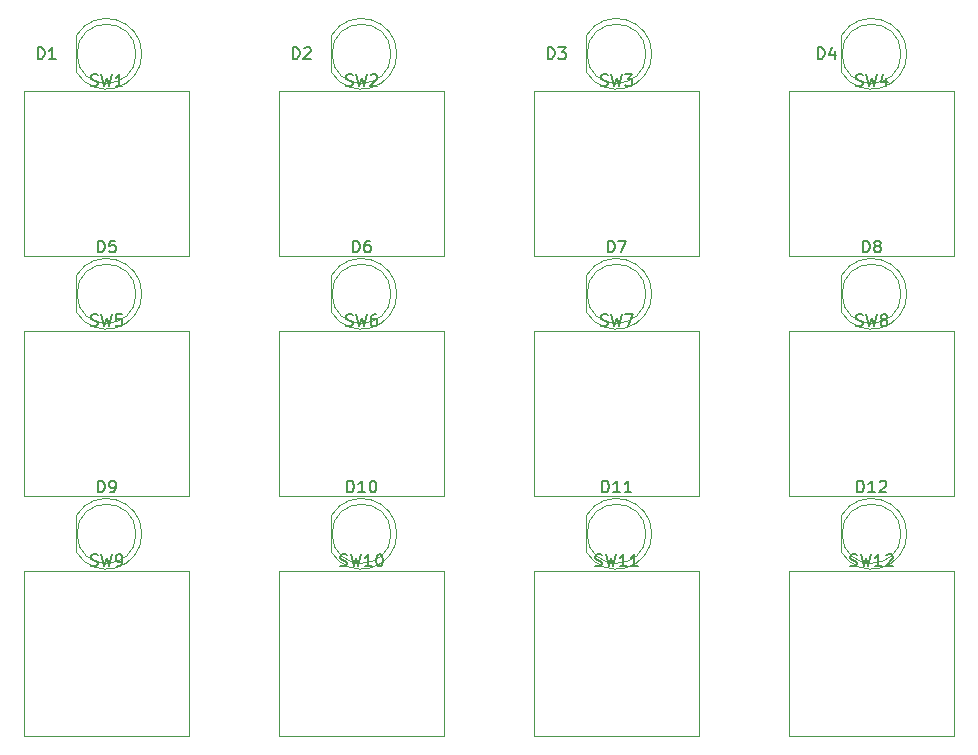
<source format=gbr>
%TF.GenerationSoftware,KiCad,Pcbnew,(5.1.9)-1*%
%TF.CreationDate,2021-02-21T16:58:34+00:00*%
%TF.ProjectId,PicoProducer,5069636f-5072-46f6-9475-6365722e6b69,rev?*%
%TF.SameCoordinates,Original*%
%TF.FileFunction,Legend,Top*%
%TF.FilePolarity,Positive*%
%FSLAX46Y46*%
G04 Gerber Fmt 4.6, Leading zero omitted, Abs format (unit mm)*
G04 Created by KiCad (PCBNEW (5.1.9)-1) date 2021-02-21 16:58:34*
%MOMM*%
%LPD*%
G01*
G04 APERTURE LIST*
%ADD10C,0.120000*%
%ADD11C,0.150000*%
G04 APERTURE END LIST*
D10*
%TO.C,D1*%
X34250000Y-25400000D02*
G75*
G03*
X34250000Y-25400000I-2500000J0D01*
G01*
X29190000Y-23855000D02*
X29190000Y-26945000D01*
X34740000Y-25399538D02*
G75*
G02*
X29190000Y-26944830I-2990000J-462D01*
G01*
X34740000Y-25400462D02*
G75*
G03*
X29190000Y-23855170I-2990000J462D01*
G01*
%TO.C,D2*%
X55840000Y-25400000D02*
G75*
G03*
X55840000Y-25400000I-2500000J0D01*
G01*
X50780000Y-23855000D02*
X50780000Y-26945000D01*
X56330000Y-25399538D02*
G75*
G02*
X50780000Y-26944830I-2990000J-462D01*
G01*
X56330000Y-25400462D02*
G75*
G03*
X50780000Y-23855170I-2990000J462D01*
G01*
%TO.C,D3*%
X77430000Y-25400000D02*
G75*
G03*
X77430000Y-25400000I-2500000J0D01*
G01*
X72370000Y-23855000D02*
X72370000Y-26945000D01*
X77920000Y-25399538D02*
G75*
G02*
X72370000Y-26944830I-2990000J-462D01*
G01*
X77920000Y-25400462D02*
G75*
G03*
X72370000Y-23855170I-2990000J462D01*
G01*
%TO.C,D4*%
X99020000Y-25400000D02*
G75*
G03*
X99020000Y-25400000I-2500000J0D01*
G01*
X93960000Y-23855000D02*
X93960000Y-26945000D01*
X99510000Y-25399538D02*
G75*
G02*
X93960000Y-26944830I-2990000J-462D01*
G01*
X99510000Y-25400462D02*
G75*
G03*
X93960000Y-23855170I-2990000J462D01*
G01*
%TO.C,D5*%
X34250000Y-45720000D02*
G75*
G03*
X34250000Y-45720000I-2500000J0D01*
G01*
X29190000Y-44175000D02*
X29190000Y-47265000D01*
X34740000Y-45719538D02*
G75*
G02*
X29190000Y-47264830I-2990000J-462D01*
G01*
X34740000Y-45720462D02*
G75*
G03*
X29190000Y-44175170I-2990000J462D01*
G01*
%TO.C,D6*%
X55840000Y-45720000D02*
G75*
G03*
X55840000Y-45720000I-2500000J0D01*
G01*
X50780000Y-44175000D02*
X50780000Y-47265000D01*
X56330000Y-45719538D02*
G75*
G02*
X50780000Y-47264830I-2990000J-462D01*
G01*
X56330000Y-45720462D02*
G75*
G03*
X50780000Y-44175170I-2990000J462D01*
G01*
%TO.C,D7*%
X77430000Y-45720000D02*
G75*
G03*
X77430000Y-45720000I-2500000J0D01*
G01*
X72370000Y-44175000D02*
X72370000Y-47265000D01*
X77920000Y-45719538D02*
G75*
G02*
X72370000Y-47264830I-2990000J-462D01*
G01*
X77920000Y-45720462D02*
G75*
G03*
X72370000Y-44175170I-2990000J462D01*
G01*
%TO.C,D8*%
X99020000Y-45720000D02*
G75*
G03*
X99020000Y-45720000I-2500000J0D01*
G01*
X93960000Y-44175000D02*
X93960000Y-47265000D01*
X99510000Y-45719538D02*
G75*
G02*
X93960000Y-47264830I-2990000J-462D01*
G01*
X99510000Y-45720462D02*
G75*
G03*
X93960000Y-44175170I-2990000J462D01*
G01*
%TO.C,D9*%
X29190000Y-64495000D02*
X29190000Y-67585000D01*
X34250000Y-66040000D02*
G75*
G03*
X34250000Y-66040000I-2500000J0D01*
G01*
X34740000Y-66040462D02*
G75*
G03*
X29190000Y-64495170I-2990000J462D01*
G01*
X34740000Y-66039538D02*
G75*
G02*
X29190000Y-67584830I-2990000J-462D01*
G01*
%TO.C,D10*%
X50780000Y-64495000D02*
X50780000Y-67585000D01*
X55840000Y-66040000D02*
G75*
G03*
X55840000Y-66040000I-2500000J0D01*
G01*
X56330000Y-66040462D02*
G75*
G03*
X50780000Y-64495170I-2990000J462D01*
G01*
X56330000Y-66039538D02*
G75*
G02*
X50780000Y-67584830I-2990000J-462D01*
G01*
%TO.C,D11*%
X72370000Y-64495000D02*
X72370000Y-67585000D01*
X77430000Y-66040000D02*
G75*
G03*
X77430000Y-66040000I-2500000J0D01*
G01*
X77920000Y-66040462D02*
G75*
G03*
X72370000Y-64495170I-2990000J462D01*
G01*
X77920000Y-66039538D02*
G75*
G02*
X72370000Y-67584830I-2990000J-462D01*
G01*
%TO.C,D12*%
X93960000Y-64495000D02*
X93960000Y-67585000D01*
X99020000Y-66040000D02*
G75*
G03*
X99020000Y-66040000I-2500000J0D01*
G01*
X99510000Y-66040462D02*
G75*
G03*
X93960000Y-64495170I-2990000J462D01*
G01*
X99510000Y-66039538D02*
G75*
G02*
X93960000Y-67584830I-2990000J-462D01*
G01*
%TO.C,SW1*%
X24765000Y-28575000D02*
X38735000Y-28575000D01*
X38735000Y-28575000D02*
X38735000Y-42545000D01*
X38735000Y-42545000D02*
X24765000Y-42545000D01*
X24765000Y-42545000D02*
X24765000Y-28575000D01*
%TO.C,SW2*%
X46355000Y-28575000D02*
X60325000Y-28575000D01*
X60325000Y-28575000D02*
X60325000Y-42545000D01*
X60325000Y-42545000D02*
X46355000Y-42545000D01*
X46355000Y-42545000D02*
X46355000Y-28575000D01*
%TO.C,SW3*%
X67945000Y-28575000D02*
X81915000Y-28575000D01*
X81915000Y-28575000D02*
X81915000Y-42545000D01*
X81915000Y-42545000D02*
X67945000Y-42545000D01*
X67945000Y-42545000D02*
X67945000Y-28575000D01*
%TO.C,SW4*%
X89535000Y-28575000D02*
X103505000Y-28575000D01*
X103505000Y-28575000D02*
X103505000Y-42545000D01*
X103505000Y-42545000D02*
X89535000Y-42545000D01*
X89535000Y-42545000D02*
X89535000Y-28575000D01*
%TO.C,SW5*%
X24765000Y-48895000D02*
X38735000Y-48895000D01*
X38735000Y-48895000D02*
X38735000Y-62865000D01*
X38735000Y-62865000D02*
X24765000Y-62865000D01*
X24765000Y-62865000D02*
X24765000Y-48895000D01*
%TO.C,SW6*%
X46355000Y-48895000D02*
X60325000Y-48895000D01*
X60325000Y-48895000D02*
X60325000Y-62865000D01*
X60325000Y-62865000D02*
X46355000Y-62865000D01*
X46355000Y-62865000D02*
X46355000Y-48895000D01*
%TO.C,SW7*%
X67945000Y-62865000D02*
X67945000Y-48895000D01*
X81915000Y-62865000D02*
X67945000Y-62865000D01*
X81915000Y-48895000D02*
X81915000Y-62865000D01*
X67945000Y-48895000D02*
X81915000Y-48895000D01*
%TO.C,SW8*%
X89535000Y-48895000D02*
X103505000Y-48895000D01*
X103505000Y-48895000D02*
X103505000Y-62865000D01*
X103505000Y-62865000D02*
X89535000Y-62865000D01*
X89535000Y-62865000D02*
X89535000Y-48895000D01*
%TO.C,SW9*%
X24765000Y-83185000D02*
X24765000Y-69215000D01*
X38735000Y-83185000D02*
X24765000Y-83185000D01*
X38735000Y-69215000D02*
X38735000Y-83185000D01*
X24765000Y-69215000D02*
X38735000Y-69215000D01*
%TO.C,SW10*%
X46355000Y-83185000D02*
X46355000Y-69215000D01*
X60325000Y-83185000D02*
X46355000Y-83185000D01*
X60325000Y-69215000D02*
X60325000Y-83185000D01*
X46355000Y-69215000D02*
X60325000Y-69215000D01*
%TO.C,SW11*%
X67945000Y-69215000D02*
X81915000Y-69215000D01*
X81915000Y-69215000D02*
X81915000Y-83185000D01*
X81915000Y-83185000D02*
X67945000Y-83185000D01*
X67945000Y-83185000D02*
X67945000Y-69215000D01*
%TO.C,SW12*%
X89535000Y-83185000D02*
X89535000Y-69215000D01*
X103505000Y-83185000D02*
X89535000Y-83185000D01*
X103505000Y-69215000D02*
X103505000Y-83185000D01*
X89535000Y-69215000D02*
X103505000Y-69215000D01*
%TO.C,D1*%
D11*
X25931904Y-25852380D02*
X25931904Y-24852380D01*
X26170000Y-24852380D01*
X26312857Y-24900000D01*
X26408095Y-24995238D01*
X26455714Y-25090476D01*
X26503333Y-25280952D01*
X26503333Y-25423809D01*
X26455714Y-25614285D01*
X26408095Y-25709523D01*
X26312857Y-25804761D01*
X26170000Y-25852380D01*
X25931904Y-25852380D01*
X27455714Y-25852380D02*
X26884285Y-25852380D01*
X27170000Y-25852380D02*
X27170000Y-24852380D01*
X27074761Y-24995238D01*
X26979523Y-25090476D01*
X26884285Y-25138095D01*
%TO.C,D2*%
X47521904Y-25852380D02*
X47521904Y-24852380D01*
X47760000Y-24852380D01*
X47902857Y-24900000D01*
X47998095Y-24995238D01*
X48045714Y-25090476D01*
X48093333Y-25280952D01*
X48093333Y-25423809D01*
X48045714Y-25614285D01*
X47998095Y-25709523D01*
X47902857Y-25804761D01*
X47760000Y-25852380D01*
X47521904Y-25852380D01*
X48474285Y-24947619D02*
X48521904Y-24900000D01*
X48617142Y-24852380D01*
X48855238Y-24852380D01*
X48950476Y-24900000D01*
X48998095Y-24947619D01*
X49045714Y-25042857D01*
X49045714Y-25138095D01*
X48998095Y-25280952D01*
X48426666Y-25852380D01*
X49045714Y-25852380D01*
%TO.C,D3*%
X69111904Y-25852380D02*
X69111904Y-24852380D01*
X69350000Y-24852380D01*
X69492857Y-24900000D01*
X69588095Y-24995238D01*
X69635714Y-25090476D01*
X69683333Y-25280952D01*
X69683333Y-25423809D01*
X69635714Y-25614285D01*
X69588095Y-25709523D01*
X69492857Y-25804761D01*
X69350000Y-25852380D01*
X69111904Y-25852380D01*
X70016666Y-24852380D02*
X70635714Y-24852380D01*
X70302380Y-25233333D01*
X70445238Y-25233333D01*
X70540476Y-25280952D01*
X70588095Y-25328571D01*
X70635714Y-25423809D01*
X70635714Y-25661904D01*
X70588095Y-25757142D01*
X70540476Y-25804761D01*
X70445238Y-25852380D01*
X70159523Y-25852380D01*
X70064285Y-25804761D01*
X70016666Y-25757142D01*
%TO.C,D4*%
X91971904Y-25852380D02*
X91971904Y-24852380D01*
X92210000Y-24852380D01*
X92352857Y-24900000D01*
X92448095Y-24995238D01*
X92495714Y-25090476D01*
X92543333Y-25280952D01*
X92543333Y-25423809D01*
X92495714Y-25614285D01*
X92448095Y-25709523D01*
X92352857Y-25804761D01*
X92210000Y-25852380D01*
X91971904Y-25852380D01*
X93400476Y-25185714D02*
X93400476Y-25852380D01*
X93162380Y-24804761D02*
X92924285Y-25519047D01*
X93543333Y-25519047D01*
%TO.C,D5*%
X31011904Y-42212380D02*
X31011904Y-41212380D01*
X31250000Y-41212380D01*
X31392857Y-41260000D01*
X31488095Y-41355238D01*
X31535714Y-41450476D01*
X31583333Y-41640952D01*
X31583333Y-41783809D01*
X31535714Y-41974285D01*
X31488095Y-42069523D01*
X31392857Y-42164761D01*
X31250000Y-42212380D01*
X31011904Y-42212380D01*
X32488095Y-41212380D02*
X32011904Y-41212380D01*
X31964285Y-41688571D01*
X32011904Y-41640952D01*
X32107142Y-41593333D01*
X32345238Y-41593333D01*
X32440476Y-41640952D01*
X32488095Y-41688571D01*
X32535714Y-41783809D01*
X32535714Y-42021904D01*
X32488095Y-42117142D01*
X32440476Y-42164761D01*
X32345238Y-42212380D01*
X32107142Y-42212380D01*
X32011904Y-42164761D01*
X31964285Y-42117142D01*
%TO.C,D6*%
X52601904Y-42212380D02*
X52601904Y-41212380D01*
X52840000Y-41212380D01*
X52982857Y-41260000D01*
X53078095Y-41355238D01*
X53125714Y-41450476D01*
X53173333Y-41640952D01*
X53173333Y-41783809D01*
X53125714Y-41974285D01*
X53078095Y-42069523D01*
X52982857Y-42164761D01*
X52840000Y-42212380D01*
X52601904Y-42212380D01*
X54030476Y-41212380D02*
X53840000Y-41212380D01*
X53744761Y-41260000D01*
X53697142Y-41307619D01*
X53601904Y-41450476D01*
X53554285Y-41640952D01*
X53554285Y-42021904D01*
X53601904Y-42117142D01*
X53649523Y-42164761D01*
X53744761Y-42212380D01*
X53935238Y-42212380D01*
X54030476Y-42164761D01*
X54078095Y-42117142D01*
X54125714Y-42021904D01*
X54125714Y-41783809D01*
X54078095Y-41688571D01*
X54030476Y-41640952D01*
X53935238Y-41593333D01*
X53744761Y-41593333D01*
X53649523Y-41640952D01*
X53601904Y-41688571D01*
X53554285Y-41783809D01*
%TO.C,D7*%
X74191904Y-42212380D02*
X74191904Y-41212380D01*
X74430000Y-41212380D01*
X74572857Y-41260000D01*
X74668095Y-41355238D01*
X74715714Y-41450476D01*
X74763333Y-41640952D01*
X74763333Y-41783809D01*
X74715714Y-41974285D01*
X74668095Y-42069523D01*
X74572857Y-42164761D01*
X74430000Y-42212380D01*
X74191904Y-42212380D01*
X75096666Y-41212380D02*
X75763333Y-41212380D01*
X75334761Y-42212380D01*
%TO.C,D8*%
X95781904Y-42212380D02*
X95781904Y-41212380D01*
X96020000Y-41212380D01*
X96162857Y-41260000D01*
X96258095Y-41355238D01*
X96305714Y-41450476D01*
X96353333Y-41640952D01*
X96353333Y-41783809D01*
X96305714Y-41974285D01*
X96258095Y-42069523D01*
X96162857Y-42164761D01*
X96020000Y-42212380D01*
X95781904Y-42212380D01*
X96924761Y-41640952D02*
X96829523Y-41593333D01*
X96781904Y-41545714D01*
X96734285Y-41450476D01*
X96734285Y-41402857D01*
X96781904Y-41307619D01*
X96829523Y-41260000D01*
X96924761Y-41212380D01*
X97115238Y-41212380D01*
X97210476Y-41260000D01*
X97258095Y-41307619D01*
X97305714Y-41402857D01*
X97305714Y-41450476D01*
X97258095Y-41545714D01*
X97210476Y-41593333D01*
X97115238Y-41640952D01*
X96924761Y-41640952D01*
X96829523Y-41688571D01*
X96781904Y-41736190D01*
X96734285Y-41831428D01*
X96734285Y-42021904D01*
X96781904Y-42117142D01*
X96829523Y-42164761D01*
X96924761Y-42212380D01*
X97115238Y-42212380D01*
X97210476Y-42164761D01*
X97258095Y-42117142D01*
X97305714Y-42021904D01*
X97305714Y-41831428D01*
X97258095Y-41736190D01*
X97210476Y-41688571D01*
X97115238Y-41640952D01*
%TO.C,D9*%
X31011904Y-62532380D02*
X31011904Y-61532380D01*
X31250000Y-61532380D01*
X31392857Y-61580000D01*
X31488095Y-61675238D01*
X31535714Y-61770476D01*
X31583333Y-61960952D01*
X31583333Y-62103809D01*
X31535714Y-62294285D01*
X31488095Y-62389523D01*
X31392857Y-62484761D01*
X31250000Y-62532380D01*
X31011904Y-62532380D01*
X32059523Y-62532380D02*
X32250000Y-62532380D01*
X32345238Y-62484761D01*
X32392857Y-62437142D01*
X32488095Y-62294285D01*
X32535714Y-62103809D01*
X32535714Y-61722857D01*
X32488095Y-61627619D01*
X32440476Y-61580000D01*
X32345238Y-61532380D01*
X32154761Y-61532380D01*
X32059523Y-61580000D01*
X32011904Y-61627619D01*
X31964285Y-61722857D01*
X31964285Y-61960952D01*
X32011904Y-62056190D01*
X32059523Y-62103809D01*
X32154761Y-62151428D01*
X32345238Y-62151428D01*
X32440476Y-62103809D01*
X32488095Y-62056190D01*
X32535714Y-61960952D01*
%TO.C,D10*%
X52125714Y-62532380D02*
X52125714Y-61532380D01*
X52363809Y-61532380D01*
X52506666Y-61580000D01*
X52601904Y-61675238D01*
X52649523Y-61770476D01*
X52697142Y-61960952D01*
X52697142Y-62103809D01*
X52649523Y-62294285D01*
X52601904Y-62389523D01*
X52506666Y-62484761D01*
X52363809Y-62532380D01*
X52125714Y-62532380D01*
X53649523Y-62532380D02*
X53078095Y-62532380D01*
X53363809Y-62532380D02*
X53363809Y-61532380D01*
X53268571Y-61675238D01*
X53173333Y-61770476D01*
X53078095Y-61818095D01*
X54268571Y-61532380D02*
X54363809Y-61532380D01*
X54459047Y-61580000D01*
X54506666Y-61627619D01*
X54554285Y-61722857D01*
X54601904Y-61913333D01*
X54601904Y-62151428D01*
X54554285Y-62341904D01*
X54506666Y-62437142D01*
X54459047Y-62484761D01*
X54363809Y-62532380D01*
X54268571Y-62532380D01*
X54173333Y-62484761D01*
X54125714Y-62437142D01*
X54078095Y-62341904D01*
X54030476Y-62151428D01*
X54030476Y-61913333D01*
X54078095Y-61722857D01*
X54125714Y-61627619D01*
X54173333Y-61580000D01*
X54268571Y-61532380D01*
%TO.C,D11*%
X73715714Y-62532380D02*
X73715714Y-61532380D01*
X73953809Y-61532380D01*
X74096666Y-61580000D01*
X74191904Y-61675238D01*
X74239523Y-61770476D01*
X74287142Y-61960952D01*
X74287142Y-62103809D01*
X74239523Y-62294285D01*
X74191904Y-62389523D01*
X74096666Y-62484761D01*
X73953809Y-62532380D01*
X73715714Y-62532380D01*
X75239523Y-62532380D02*
X74668095Y-62532380D01*
X74953809Y-62532380D02*
X74953809Y-61532380D01*
X74858571Y-61675238D01*
X74763333Y-61770476D01*
X74668095Y-61818095D01*
X76191904Y-62532380D02*
X75620476Y-62532380D01*
X75906190Y-62532380D02*
X75906190Y-61532380D01*
X75810952Y-61675238D01*
X75715714Y-61770476D01*
X75620476Y-61818095D01*
%TO.C,D12*%
X95305714Y-62532380D02*
X95305714Y-61532380D01*
X95543809Y-61532380D01*
X95686666Y-61580000D01*
X95781904Y-61675238D01*
X95829523Y-61770476D01*
X95877142Y-61960952D01*
X95877142Y-62103809D01*
X95829523Y-62294285D01*
X95781904Y-62389523D01*
X95686666Y-62484761D01*
X95543809Y-62532380D01*
X95305714Y-62532380D01*
X96829523Y-62532380D02*
X96258095Y-62532380D01*
X96543809Y-62532380D02*
X96543809Y-61532380D01*
X96448571Y-61675238D01*
X96353333Y-61770476D01*
X96258095Y-61818095D01*
X97210476Y-61627619D02*
X97258095Y-61580000D01*
X97353333Y-61532380D01*
X97591428Y-61532380D01*
X97686666Y-61580000D01*
X97734285Y-61627619D01*
X97781904Y-61722857D01*
X97781904Y-61818095D01*
X97734285Y-61960952D01*
X97162857Y-62532380D01*
X97781904Y-62532380D01*
%TO.C,SW1*%
X30416666Y-28090761D02*
X30559523Y-28138380D01*
X30797619Y-28138380D01*
X30892857Y-28090761D01*
X30940476Y-28043142D01*
X30988095Y-27947904D01*
X30988095Y-27852666D01*
X30940476Y-27757428D01*
X30892857Y-27709809D01*
X30797619Y-27662190D01*
X30607142Y-27614571D01*
X30511904Y-27566952D01*
X30464285Y-27519333D01*
X30416666Y-27424095D01*
X30416666Y-27328857D01*
X30464285Y-27233619D01*
X30511904Y-27186000D01*
X30607142Y-27138380D01*
X30845238Y-27138380D01*
X30988095Y-27186000D01*
X31321428Y-27138380D02*
X31559523Y-28138380D01*
X31750000Y-27424095D01*
X31940476Y-28138380D01*
X32178571Y-27138380D01*
X33083333Y-28138380D02*
X32511904Y-28138380D01*
X32797619Y-28138380D02*
X32797619Y-27138380D01*
X32702380Y-27281238D01*
X32607142Y-27376476D01*
X32511904Y-27424095D01*
%TO.C,SW2*%
X52006666Y-28090761D02*
X52149523Y-28138380D01*
X52387619Y-28138380D01*
X52482857Y-28090761D01*
X52530476Y-28043142D01*
X52578095Y-27947904D01*
X52578095Y-27852666D01*
X52530476Y-27757428D01*
X52482857Y-27709809D01*
X52387619Y-27662190D01*
X52197142Y-27614571D01*
X52101904Y-27566952D01*
X52054285Y-27519333D01*
X52006666Y-27424095D01*
X52006666Y-27328857D01*
X52054285Y-27233619D01*
X52101904Y-27186000D01*
X52197142Y-27138380D01*
X52435238Y-27138380D01*
X52578095Y-27186000D01*
X52911428Y-27138380D02*
X53149523Y-28138380D01*
X53340000Y-27424095D01*
X53530476Y-28138380D01*
X53768571Y-27138380D01*
X54101904Y-27233619D02*
X54149523Y-27186000D01*
X54244761Y-27138380D01*
X54482857Y-27138380D01*
X54578095Y-27186000D01*
X54625714Y-27233619D01*
X54673333Y-27328857D01*
X54673333Y-27424095D01*
X54625714Y-27566952D01*
X54054285Y-28138380D01*
X54673333Y-28138380D01*
%TO.C,SW3*%
X73596666Y-28090761D02*
X73739523Y-28138380D01*
X73977619Y-28138380D01*
X74072857Y-28090761D01*
X74120476Y-28043142D01*
X74168095Y-27947904D01*
X74168095Y-27852666D01*
X74120476Y-27757428D01*
X74072857Y-27709809D01*
X73977619Y-27662190D01*
X73787142Y-27614571D01*
X73691904Y-27566952D01*
X73644285Y-27519333D01*
X73596666Y-27424095D01*
X73596666Y-27328857D01*
X73644285Y-27233619D01*
X73691904Y-27186000D01*
X73787142Y-27138380D01*
X74025238Y-27138380D01*
X74168095Y-27186000D01*
X74501428Y-27138380D02*
X74739523Y-28138380D01*
X74930000Y-27424095D01*
X75120476Y-28138380D01*
X75358571Y-27138380D01*
X75644285Y-27138380D02*
X76263333Y-27138380D01*
X75930000Y-27519333D01*
X76072857Y-27519333D01*
X76168095Y-27566952D01*
X76215714Y-27614571D01*
X76263333Y-27709809D01*
X76263333Y-27947904D01*
X76215714Y-28043142D01*
X76168095Y-28090761D01*
X76072857Y-28138380D01*
X75787142Y-28138380D01*
X75691904Y-28090761D01*
X75644285Y-28043142D01*
%TO.C,SW4*%
X95186666Y-28090761D02*
X95329523Y-28138380D01*
X95567619Y-28138380D01*
X95662857Y-28090761D01*
X95710476Y-28043142D01*
X95758095Y-27947904D01*
X95758095Y-27852666D01*
X95710476Y-27757428D01*
X95662857Y-27709809D01*
X95567619Y-27662190D01*
X95377142Y-27614571D01*
X95281904Y-27566952D01*
X95234285Y-27519333D01*
X95186666Y-27424095D01*
X95186666Y-27328857D01*
X95234285Y-27233619D01*
X95281904Y-27186000D01*
X95377142Y-27138380D01*
X95615238Y-27138380D01*
X95758095Y-27186000D01*
X96091428Y-27138380D02*
X96329523Y-28138380D01*
X96520000Y-27424095D01*
X96710476Y-28138380D01*
X96948571Y-27138380D01*
X97758095Y-27471714D02*
X97758095Y-28138380D01*
X97520000Y-27090761D02*
X97281904Y-27805047D01*
X97900952Y-27805047D01*
%TO.C,SW5*%
X30416666Y-48410761D02*
X30559523Y-48458380D01*
X30797619Y-48458380D01*
X30892857Y-48410761D01*
X30940476Y-48363142D01*
X30988095Y-48267904D01*
X30988095Y-48172666D01*
X30940476Y-48077428D01*
X30892857Y-48029809D01*
X30797619Y-47982190D01*
X30607142Y-47934571D01*
X30511904Y-47886952D01*
X30464285Y-47839333D01*
X30416666Y-47744095D01*
X30416666Y-47648857D01*
X30464285Y-47553619D01*
X30511904Y-47506000D01*
X30607142Y-47458380D01*
X30845238Y-47458380D01*
X30988095Y-47506000D01*
X31321428Y-47458380D02*
X31559523Y-48458380D01*
X31750000Y-47744095D01*
X31940476Y-48458380D01*
X32178571Y-47458380D01*
X33035714Y-47458380D02*
X32559523Y-47458380D01*
X32511904Y-47934571D01*
X32559523Y-47886952D01*
X32654761Y-47839333D01*
X32892857Y-47839333D01*
X32988095Y-47886952D01*
X33035714Y-47934571D01*
X33083333Y-48029809D01*
X33083333Y-48267904D01*
X33035714Y-48363142D01*
X32988095Y-48410761D01*
X32892857Y-48458380D01*
X32654761Y-48458380D01*
X32559523Y-48410761D01*
X32511904Y-48363142D01*
%TO.C,SW6*%
X52006666Y-48410761D02*
X52149523Y-48458380D01*
X52387619Y-48458380D01*
X52482857Y-48410761D01*
X52530476Y-48363142D01*
X52578095Y-48267904D01*
X52578095Y-48172666D01*
X52530476Y-48077428D01*
X52482857Y-48029809D01*
X52387619Y-47982190D01*
X52197142Y-47934571D01*
X52101904Y-47886952D01*
X52054285Y-47839333D01*
X52006666Y-47744095D01*
X52006666Y-47648857D01*
X52054285Y-47553619D01*
X52101904Y-47506000D01*
X52197142Y-47458380D01*
X52435238Y-47458380D01*
X52578095Y-47506000D01*
X52911428Y-47458380D02*
X53149523Y-48458380D01*
X53340000Y-47744095D01*
X53530476Y-48458380D01*
X53768571Y-47458380D01*
X54578095Y-47458380D02*
X54387619Y-47458380D01*
X54292380Y-47506000D01*
X54244761Y-47553619D01*
X54149523Y-47696476D01*
X54101904Y-47886952D01*
X54101904Y-48267904D01*
X54149523Y-48363142D01*
X54197142Y-48410761D01*
X54292380Y-48458380D01*
X54482857Y-48458380D01*
X54578095Y-48410761D01*
X54625714Y-48363142D01*
X54673333Y-48267904D01*
X54673333Y-48029809D01*
X54625714Y-47934571D01*
X54578095Y-47886952D01*
X54482857Y-47839333D01*
X54292380Y-47839333D01*
X54197142Y-47886952D01*
X54149523Y-47934571D01*
X54101904Y-48029809D01*
%TO.C,SW7*%
X73596666Y-48410761D02*
X73739523Y-48458380D01*
X73977619Y-48458380D01*
X74072857Y-48410761D01*
X74120476Y-48363142D01*
X74168095Y-48267904D01*
X74168095Y-48172666D01*
X74120476Y-48077428D01*
X74072857Y-48029809D01*
X73977619Y-47982190D01*
X73787142Y-47934571D01*
X73691904Y-47886952D01*
X73644285Y-47839333D01*
X73596666Y-47744095D01*
X73596666Y-47648857D01*
X73644285Y-47553619D01*
X73691904Y-47506000D01*
X73787142Y-47458380D01*
X74025238Y-47458380D01*
X74168095Y-47506000D01*
X74501428Y-47458380D02*
X74739523Y-48458380D01*
X74930000Y-47744095D01*
X75120476Y-48458380D01*
X75358571Y-47458380D01*
X75644285Y-47458380D02*
X76310952Y-47458380D01*
X75882380Y-48458380D01*
%TO.C,SW8*%
X95186666Y-48410761D02*
X95329523Y-48458380D01*
X95567619Y-48458380D01*
X95662857Y-48410761D01*
X95710476Y-48363142D01*
X95758095Y-48267904D01*
X95758095Y-48172666D01*
X95710476Y-48077428D01*
X95662857Y-48029809D01*
X95567619Y-47982190D01*
X95377142Y-47934571D01*
X95281904Y-47886952D01*
X95234285Y-47839333D01*
X95186666Y-47744095D01*
X95186666Y-47648857D01*
X95234285Y-47553619D01*
X95281904Y-47506000D01*
X95377142Y-47458380D01*
X95615238Y-47458380D01*
X95758095Y-47506000D01*
X96091428Y-47458380D02*
X96329523Y-48458380D01*
X96520000Y-47744095D01*
X96710476Y-48458380D01*
X96948571Y-47458380D01*
X97472380Y-47886952D02*
X97377142Y-47839333D01*
X97329523Y-47791714D01*
X97281904Y-47696476D01*
X97281904Y-47648857D01*
X97329523Y-47553619D01*
X97377142Y-47506000D01*
X97472380Y-47458380D01*
X97662857Y-47458380D01*
X97758095Y-47506000D01*
X97805714Y-47553619D01*
X97853333Y-47648857D01*
X97853333Y-47696476D01*
X97805714Y-47791714D01*
X97758095Y-47839333D01*
X97662857Y-47886952D01*
X97472380Y-47886952D01*
X97377142Y-47934571D01*
X97329523Y-47982190D01*
X97281904Y-48077428D01*
X97281904Y-48267904D01*
X97329523Y-48363142D01*
X97377142Y-48410761D01*
X97472380Y-48458380D01*
X97662857Y-48458380D01*
X97758095Y-48410761D01*
X97805714Y-48363142D01*
X97853333Y-48267904D01*
X97853333Y-48077428D01*
X97805714Y-47982190D01*
X97758095Y-47934571D01*
X97662857Y-47886952D01*
%TO.C,SW9*%
X30416666Y-68730761D02*
X30559523Y-68778380D01*
X30797619Y-68778380D01*
X30892857Y-68730761D01*
X30940476Y-68683142D01*
X30988095Y-68587904D01*
X30988095Y-68492666D01*
X30940476Y-68397428D01*
X30892857Y-68349809D01*
X30797619Y-68302190D01*
X30607142Y-68254571D01*
X30511904Y-68206952D01*
X30464285Y-68159333D01*
X30416666Y-68064095D01*
X30416666Y-67968857D01*
X30464285Y-67873619D01*
X30511904Y-67826000D01*
X30607142Y-67778380D01*
X30845238Y-67778380D01*
X30988095Y-67826000D01*
X31321428Y-67778380D02*
X31559523Y-68778380D01*
X31750000Y-68064095D01*
X31940476Y-68778380D01*
X32178571Y-67778380D01*
X32607142Y-68778380D02*
X32797619Y-68778380D01*
X32892857Y-68730761D01*
X32940476Y-68683142D01*
X33035714Y-68540285D01*
X33083333Y-68349809D01*
X33083333Y-67968857D01*
X33035714Y-67873619D01*
X32988095Y-67826000D01*
X32892857Y-67778380D01*
X32702380Y-67778380D01*
X32607142Y-67826000D01*
X32559523Y-67873619D01*
X32511904Y-67968857D01*
X32511904Y-68206952D01*
X32559523Y-68302190D01*
X32607142Y-68349809D01*
X32702380Y-68397428D01*
X32892857Y-68397428D01*
X32988095Y-68349809D01*
X33035714Y-68302190D01*
X33083333Y-68206952D01*
%TO.C,SW10*%
X51530476Y-68730761D02*
X51673333Y-68778380D01*
X51911428Y-68778380D01*
X52006666Y-68730761D01*
X52054285Y-68683142D01*
X52101904Y-68587904D01*
X52101904Y-68492666D01*
X52054285Y-68397428D01*
X52006666Y-68349809D01*
X51911428Y-68302190D01*
X51720952Y-68254571D01*
X51625714Y-68206952D01*
X51578095Y-68159333D01*
X51530476Y-68064095D01*
X51530476Y-67968857D01*
X51578095Y-67873619D01*
X51625714Y-67826000D01*
X51720952Y-67778380D01*
X51959047Y-67778380D01*
X52101904Y-67826000D01*
X52435238Y-67778380D02*
X52673333Y-68778380D01*
X52863809Y-68064095D01*
X53054285Y-68778380D01*
X53292380Y-67778380D01*
X54197142Y-68778380D02*
X53625714Y-68778380D01*
X53911428Y-68778380D02*
X53911428Y-67778380D01*
X53816190Y-67921238D01*
X53720952Y-68016476D01*
X53625714Y-68064095D01*
X54816190Y-67778380D02*
X54911428Y-67778380D01*
X55006666Y-67826000D01*
X55054285Y-67873619D01*
X55101904Y-67968857D01*
X55149523Y-68159333D01*
X55149523Y-68397428D01*
X55101904Y-68587904D01*
X55054285Y-68683142D01*
X55006666Y-68730761D01*
X54911428Y-68778380D01*
X54816190Y-68778380D01*
X54720952Y-68730761D01*
X54673333Y-68683142D01*
X54625714Y-68587904D01*
X54578095Y-68397428D01*
X54578095Y-68159333D01*
X54625714Y-67968857D01*
X54673333Y-67873619D01*
X54720952Y-67826000D01*
X54816190Y-67778380D01*
%TO.C,SW11*%
X73120476Y-68730761D02*
X73263333Y-68778380D01*
X73501428Y-68778380D01*
X73596666Y-68730761D01*
X73644285Y-68683142D01*
X73691904Y-68587904D01*
X73691904Y-68492666D01*
X73644285Y-68397428D01*
X73596666Y-68349809D01*
X73501428Y-68302190D01*
X73310952Y-68254571D01*
X73215714Y-68206952D01*
X73168095Y-68159333D01*
X73120476Y-68064095D01*
X73120476Y-67968857D01*
X73168095Y-67873619D01*
X73215714Y-67826000D01*
X73310952Y-67778380D01*
X73549047Y-67778380D01*
X73691904Y-67826000D01*
X74025238Y-67778380D02*
X74263333Y-68778380D01*
X74453809Y-68064095D01*
X74644285Y-68778380D01*
X74882380Y-67778380D01*
X75787142Y-68778380D02*
X75215714Y-68778380D01*
X75501428Y-68778380D02*
X75501428Y-67778380D01*
X75406190Y-67921238D01*
X75310952Y-68016476D01*
X75215714Y-68064095D01*
X76739523Y-68778380D02*
X76168095Y-68778380D01*
X76453809Y-68778380D02*
X76453809Y-67778380D01*
X76358571Y-67921238D01*
X76263333Y-68016476D01*
X76168095Y-68064095D01*
%TO.C,SW12*%
X94710476Y-68730761D02*
X94853333Y-68778380D01*
X95091428Y-68778380D01*
X95186666Y-68730761D01*
X95234285Y-68683142D01*
X95281904Y-68587904D01*
X95281904Y-68492666D01*
X95234285Y-68397428D01*
X95186666Y-68349809D01*
X95091428Y-68302190D01*
X94900952Y-68254571D01*
X94805714Y-68206952D01*
X94758095Y-68159333D01*
X94710476Y-68064095D01*
X94710476Y-67968857D01*
X94758095Y-67873619D01*
X94805714Y-67826000D01*
X94900952Y-67778380D01*
X95139047Y-67778380D01*
X95281904Y-67826000D01*
X95615238Y-67778380D02*
X95853333Y-68778380D01*
X96043809Y-68064095D01*
X96234285Y-68778380D01*
X96472380Y-67778380D01*
X97377142Y-68778380D02*
X96805714Y-68778380D01*
X97091428Y-68778380D02*
X97091428Y-67778380D01*
X96996190Y-67921238D01*
X96900952Y-68016476D01*
X96805714Y-68064095D01*
X97758095Y-67873619D02*
X97805714Y-67826000D01*
X97900952Y-67778380D01*
X98139047Y-67778380D01*
X98234285Y-67826000D01*
X98281904Y-67873619D01*
X98329523Y-67968857D01*
X98329523Y-68064095D01*
X98281904Y-68206952D01*
X97710476Y-68778380D01*
X98329523Y-68778380D01*
%TD*%
M02*

</source>
